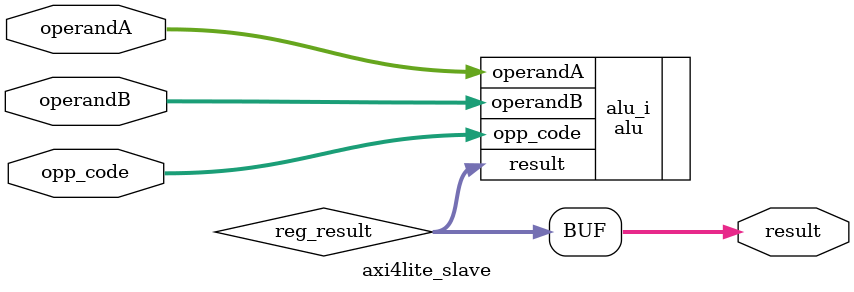
<source format=v>
module axi4lite_slave (
  input      [7:0] operandA,
  input      [7:0] operandB,
  input      [1:0] opp_code,
  output     [7:0] result
);

  // Połączenia do ALU
  wire [7:0] reg_result;

  alu alu_i (
    .operandA (operandA),
    .operandB (operandB),
    .opp_code (opp_code),
    .result   (reg_result)
  );

  // Przepisanie wyniku
  assign result = reg_result;

endmodule
</source>
